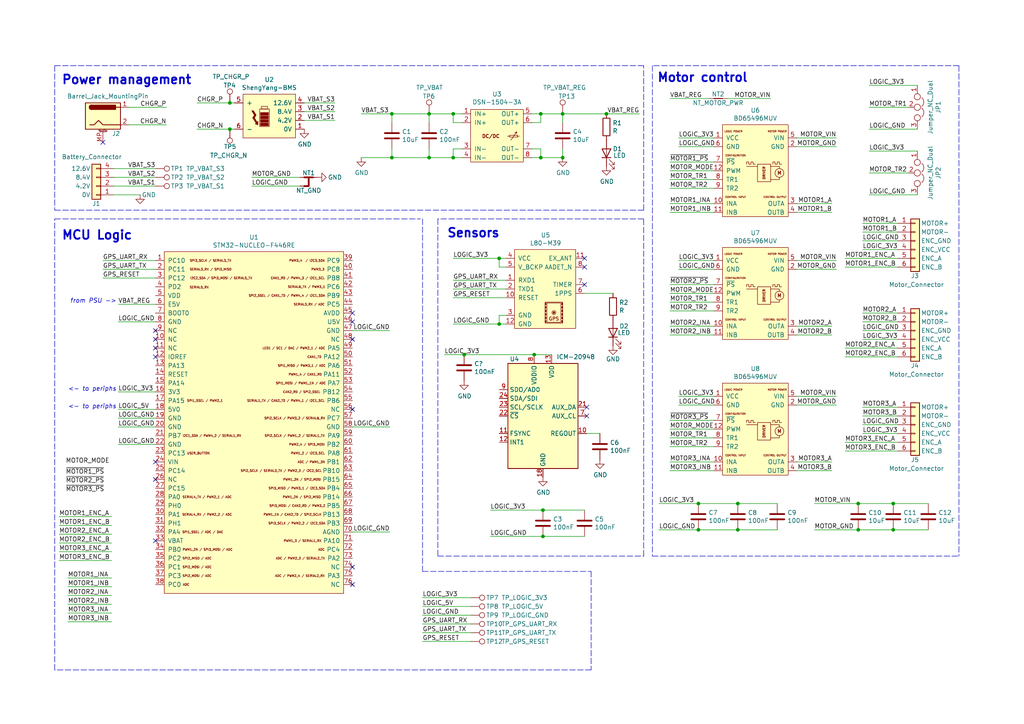
<source format=kicad_sch>
(kicad_sch (version 20211123) (generator eeschema)
  (paper "A4")
  (lib_symbols
    (symbol "Connector:Barrel_Jack_MountingPin" (pin_names hide)
      (property "Reference" "J" (at 0 5.334 0))
      (property "Value" "Barrel_Jack_MountingPin" (at 1.27 -6.35 0))
      (symbol "Barrel_Jack_MountingPin_1_1"
        (text "Mounting" (at 0 -4.191 0) (effects (font (size 0.381 0.381))))
        (pin passive line (at 7.62 2.54 180) (length 2.54) (name "~") (number "1"))
        (pin passive line (at 7.62 -2.54 180) (length 2.54) (name "~") (number "2"))
        (pin passive line (at 0 -7.62 90) (length 3.048) (name "MountPin") (number "MP"))
      )
    )
    (symbol "Connector:TestPoint" (pin_numbers hide) (pin_names (offset 0.762) hide)
      (property "Reference" "TP" (at 0 6.858 0))
      (property "Value" "TestPoint" (at 0 5.08 0))
      (symbol "TestPoint_1_1"
        (pin passive line (at 0 0 90) (length 2.54) (name "1") (number "1"))
      )
    )
    (symbol "Device:C" (pin_numbers hide) (pin_names (offset 0.254))
      (property "Reference" "C" (at 0.635 2.54 0))
      (property "Value" "C" (at 0.635 -2.54 0))
      (symbol "C_1_1"
        (pin passive line (at 0 3.81 270) (length 2.794) (name "~") (number "1"))
        (pin passive line (at 0 -3.81 90) (length 2.794) (name "~") (number "2"))
      )
    )
    (symbol "Device:Jumper_NC_Dual" (pin_names (offset 0.762) hide)
      (property "Reference" "JP" (at 1.27 -2.54 0))
      (property "Value" "Device_Jumper_NC_Dual" (at 0 2.54 0))
      (symbol "Jumper_NC_Dual_0_1"
        (pin passive line (at -6.35 0 0) (length 2.413) (name "1") (number "1"))
        (pin passive line (at 0 -2.54 90) (length 1.524) (name "2") (number "2"))
        (pin passive line (at 6.35 0 180) (length 2.413) (name "3") (number "3"))
      )
    )
    (symbol "Device:LED" (pin_numbers hide) (pin_names (offset 1.016) hide)
      (property "Reference" "D" (at 0 2.54 0))
      (property "Value" "LED" (at 0 -2.54 0))
      (symbol "LED_1_1"
        (pin passive line (at -3.81 0 0) (length 2.54) (name "K") (number "1"))
        (pin passive line (at 3.81 0 180) (length 2.54) (name "A") (number "2"))
      )
    )
    (symbol "Device:Net-Tie_2" (pin_numbers hide) (pin_names (offset 0) hide)
      (property "Reference" "NT" (at 0 1.27 0))
      (property "Value" "Device_Net-Tie_2" (at 0 -1.27 0))
      (symbol "Net-Tie_2_1_1"
        (pin passive line (at -2.54 0 0) (length 2.54) (name "1") (number "1"))
        (pin passive line (at 2.54 0 180) (length 2.54) (name "2") (number "2"))
      )
    )
    (symbol "Device:Net-Tie_3" (pin_numbers hide) (pin_names (offset 0) hide)
      (property "Reference" "NT" (at 0 1.27 0))
      (property "Value" "Device_Net-Tie_3" (at 0 -3.81 0))
      (symbol "Net-Tie_3_1_1"
        (pin passive line (at -2.54 0 0) (length 2.54) (name "1") (number "1"))
        (pin passive line (at 2.54 0 180) (length 2.54) (name "2") (number "2"))
        (pin passive line (at -2.54 -2.54 0) (length 2.54) (name "3") (number "3"))
      )
    )
    (symbol "Device:R" (pin_numbers hide) (pin_names (offset 0))
      (property "Reference" "R" (at 2.032 0 90))
      (property "Value" "R" (at 0 0 90))
      (symbol "R_1_1"
        (pin passive line (at 0 3.81 270) (length 1.27) (name "~") (number "1"))
        (pin passive line (at 0 -3.81 90) (length 1.27) (name "~") (number "2"))
      )
    )
    (symbol "lego_robot:BD65496MUV" (pin_names (offset 1.016))
      (property "Reference" "U" (at -7.62 17.78 0))
      (property "Value" "BD65496MUV" (at 0 -11.43 0))
      (symbol "BD65496MUV_0_0"
        (text "CONFIGURATION" (at -5.08 7.62 0) (effects (font (size 0.508 0.508) bold)))
        (text "CONTROL INPUT" (at -5.08 -4.445 0) (effects (font (size 0.508 0.508) bold)))
        (text "CONTROL OUTPUT" (at 6.35 -4.445 0) (effects (font (size 0.508 0.508) bold)))
        (text "DRIVER" (at 3.175 2.54 900) (effects (font (size 0.7112 0.7112))))
        (text "LOGIC POWER" (at -5.715 14.605 0) (effects (font (size 0.508 0.508) bold)))
        (text "M" (at 7.62 2.54 0) (effects (font (size 0.9906 0.9906) bold)))
        (text "MOTOR POWER" (at 6.985 14.605 0) (effects (font (size 0.508 0.508) bold)))
      )
      (symbol "BD65496MUV_1_1"
        (pin power_in line (at -11.43 12.7 0) (length 2.54) (name "VCC") (number "1"))
        (pin input line (at -11.43 -6.35 0) (length 2.54) (name "INA") (number "10"))
        (pin input line (at -11.43 -8.89 0) (length 2.54) (name "INB") (number "11"))
        (pin input line (at -11.43 3.175 0) (length 2.54) (name "PWM") (number "12"))
        (pin power_in line (at 12.7 10.16 180) (length 2.54) (name "GND") (number "2"))
        (pin output line (at 12.7 -6.35 180) (length 2.54) (name "OUTA") (number "3"))
        (pin output line (at 12.7 -8.89 180) (length 2.54) (name "OUTB") (number "4"))
        (pin power_in line (at 12.7 12.7 180) (length 2.54) (name "VIN") (number "5"))
        (pin power_in line (at -11.43 10.16 0) (length 2.54) (name "GND") (number "6"))
        (pin input line (at -11.43 5.715 0) (length 2.54) (name "~{PS}") (number "7"))
        (pin input line (at -11.43 0.635 0) (length 2.54) (name "TR1") (number "8"))
        (pin input line (at -11.43 -1.905 0) (length 2.54) (name "TR2") (number "9"))
      )
    )
    (symbol "lego_robot:Battery_Connector" (pin_names (offset 2.9972))
      (property "Reference" "J" (at -1.27 6.35 0))
      (property "Value" "Battery_Connector" (at 0 -7.62 0))
      (symbol "Battery_Connector_1_1"
        (pin passive line (at 3.81 -3.81 180) (length 3.81) (name "0V") (number "1"))
        (pin passive line (at 3.81 -1.27 180) (length 3.81) (name "4.2V") (number "2"))
        (pin passive line (at 3.81 1.27 180) (length 3.81) (name "8.4V") (number "3"))
        (pin passive line (at 3.81 3.81 180) (length 3.81) (name "12.6V") (number "4"))
      )
    )
    (symbol "lego_robot:DSN-1504-3A" (pin_names (offset 1.016))
      (property "Reference" "U" (at -6.35 8.89 0))
      (property "Value" "DSN-1504-3A" (at 0 -10.16 0))
      (symbol "DSN-1504-3A_0_0"
        (text "DC/DC" (at -1.778 -1.397 0) (effects (font (size 0.9906 0.9906) bold)))
      )
      (symbol "DSN-1504-3A_1_1"
        (pin power_in line (at -10.16 5.08 0) (length 2.54) (name "IN+") (number "1"))
        (pin power_in line (at -10.16 2.54 0) (length 2.54) (name "IN+") (number "2"))
        (pin power_in line (at -10.16 -5.08 0) (length 2.54) (name "IN-") (number "3"))
        (pin power_in line (at -10.16 -7.62 0) (length 2.54) (name "IN-") (number "4"))
        (pin power_out line (at 10.16 5.08 180) (length 2.54) (name "OUT+") (number "5"))
        (pin power_out line (at 10.16 2.54 180) (length 2.54) (name "OUT+") (number "6"))
        (pin power_out line (at 10.16 -5.08 180) (length 2.54) (name "OUT-") (number "7"))
        (pin power_out line (at 10.16 -7.62 180) (length 2.54) (name "OUT-") (number "8"))
      )
    )
    (symbol "lego_robot:ICM-20948"
      (property "Reference" "U" (at -11.43 16.51 0))
      (property "Value" "ICM-20948" (at 7.62 -16.51 0))
      (symbol "ICM-20948_1_1"
        (pin no_connect line (at -10.16 12.7 0) (length 2.54) hide (name "NC") (number "1"))
        (pin passive line (at 12.7 -5.08 180) (length 2.54) (name "REGOUT") (number "10"))
        (pin input line (at -12.7 -5.08 0) (length 2.54) (name "FSYNC") (number "11"))
        (pin output line (at -12.7 -7.62 0) (length 2.54) (name "INT1") (number "12"))
        (pin power_in line (at 2.54 17.78 270) (length 2.54) (name "VDD") (number "13"))
        (pin no_connect line (at 10.16 7.62 180) (length 2.54) hide (name "NC") (number "14"))
        (pin no_connect line (at 10.16 5.08 180) (length 2.54) hide (name "NC") (number "15"))
        (pin no_connect line (at 10.16 -7.62 180) (length 2.54) hide (name "NC") (number "16"))
        (pin no_connect line (at 10.16 -10.16 180) (length 2.54) hide (name "NC") (number "17"))
        (pin power_in line (at 0 -17.78 90) (length 2.54) (name "GND") (number "18"))
        (pin no_connect line (at 10.16 -12.7 180) (length 2.54) hide (name "RESV") (number "19"))
        (pin no_connect line (at -10.16 10.16 0) (length 2.54) hide (name "NC") (number "2"))
        (pin passive line (at 0 -17.78 90) (length 2.54) hide (name "GND") (number "20"))
        (pin bidirectional line (at 12.7 2.54 180) (length 2.54) (name "AUX_DA") (number "21"))
        (pin input line (at -12.7 0 0) (length 2.54) (name "~{CS}") (number "22"))
        (pin input line (at -12.7 2.54 0) (length 2.54) (name "SCL/SCLK") (number "23"))
        (pin bidirectional line (at -12.7 5.08 0) (length 2.54) (name "SDA/SDI") (number "24"))
        (pin no_connect line (at -10.16 -2.54 0) (length 2.54) hide (name "NC") (number "3"))
        (pin no_connect line (at -10.16 -10.16 0) (length 2.54) hide (name "NC") (number "4"))
        (pin no_connect line (at -10.16 -12.7 0) (length 2.54) hide (name "NC") (number "5"))
        (pin no_connect line (at 10.16 10.16 180) (length 2.54) hide (name "NC") (number "6"))
        (pin output line (at 12.7 0 180) (length 2.54) (name "AUX_CL") (number "7"))
        (pin power_in line (at -2.54 17.78 270) (length 2.54) (name "VDDIO") (number "8"))
        (pin bidirectional line (at -12.7 7.62 0) (length 2.54) (name "SDO/AD0") (number "9"))
      )
    )
    (symbol "lego_robot:L80-M39" (pin_names (offset 1.016))
      (property "Reference" "U" (at -7.62 11.43 0))
      (property "Value" "L80-M39" (at 0 -13.97 0))
      (symbol "L80-M39_0_0"
        (text "GPS" (at 2.54 -9.906 0) (effects (font (size 0.9906 0.9906))))
      )
      (symbol "L80-M39_1_1"
        (pin input line (at -11.43 1.27 0) (length 2.54) (name "RXD1") (number "1"))
        (pin input line (at -11.43 -3.81 0) (length 2.54) (name "RESET") (number "10"))
        (pin input line (at 11.43 7.62 180) (length 2.54) (name "EX_ANT") (number "11"))
        (pin power_in line (at -11.43 -11.43 0) (length 2.54) (name "GND") (number "12"))
        (pin output line (at -11.43 -1.27 0) (length 2.54) (name "TXD1") (number "2"))
        (pin power_in line (at -11.43 -8.89 0) (length 2.54) (name "GND") (number "3"))
        (pin power_in line (at -11.43 7.62 0) (length 2.54) (name "VCC") (number "4"))
        (pin power_in line (at -11.43 5.08 0) (length 2.54) (name "V_BCKP") (number "5"))
        (pin output line (at 11.43 -2.54 180) (length 2.54) (name "1PPS") (number "6"))
        (pin output line (at 11.43 0 180) (length 2.54) (name "TIMER") (number "7"))
        (pin input line (at 11.43 5.08 180) (length 2.54) (name "AADET_N") (number "8"))
        (pin no_connect line (at 11.43 -11.43 180) (length 2.54) hide (name "NC") (number "9"))
      )
    )
    (symbol "lego_robot:Motor_Connector" (pin_names (offset 2.9972))
      (property "Reference" "J" (at 0 7.62 0))
      (property "Value" "Motor_Connector" (at 0 -10.16 0))
      (symbol "Motor_Connector_1_1"
        (pin passive line (at -5.08 5.08 0) (length 3.81) (name "MOTOR+") (number "1"))
        (pin passive line (at -5.08 2.54 0) (length 3.81) (name "MOTOR-") (number "2"))
        (pin passive line (at -5.08 0 0) (length 3.81) (name "ENC_GND") (number "3"))
        (pin passive line (at -5.08 -2.54 0) (length 3.81) (name "ENC_VCC") (number "4"))
        (pin passive line (at -5.08 -5.08 0) (length 3.81) (name "ENC_A") (number "5"))
        (pin passive line (at -5.08 -7.62 0) (length 3.81) (name "ENC_B") (number "6"))
      )
    )
    (symbol "lego_robot:STM32-NUCLEO-F446RE" (pin_names (offset 1.016))
      (property "Reference" "U" (at -25.4 43.18 0))
      (property "Value" "STM32-NUCLEO-F446RE" (at 0 -59.69 0))
      (symbol "STM32-NUCLEO-F446RE_0_0"
        (text "ADC" (at -20.32 -54.61 0) (effects (font (size 0.635 0.635) bold)))
        (text "ADC" (at 18.923 -44.45 0) (effects (font (size 0.635 0.635) bold)))
        (text "ADC / PWM1_3N" (at 16.002 -19.05 0) (effects (font (size 0.635 0.635) bold)))
        (text "ADC / PWM2_3 / SERIAL2_TX" (at 12.827 -46.99 0) (effects (font (size 0.635 0.635) bold)))
        (text "ADC / PWM2_4 / SERIAL2_RX" (at 12.7 -52.07 0) (effects (font (size 0.635 0.635) bold)))
        (text "CAN1_RD / PWM4_3 / I2C1_SCL" (at 12.065 34.29 0) (effects (font (size 0.635 0.635) bold)))
        (text "CAN1_TD" (at 16.891 11.43 0) (effects (font (size 0.635 0.635) bold)))
        (text "CAN2_RD / SPI2_SSEL" (at 13.208 1.27 0) (effects (font (size 0.635 0.635) bold)))
        (text "I2C1_SDA / PWM4_2 / SERIAL1_RX" (at -12.827 -11.43 0) (effects (font (size 0.635 0.635) bold)))
        (text "I2C2_SDA / SPI3_MOSI / SERIAL5_TX" (at -19.177 34.29 0) (effects (font (size 0.635 0.635) bold) (justify left)))
        (text "LED1 / SC1 / DAC / PWM2_1 / ADC" (at 10.922 13.97 0) (effects (font (size 0.635 0.635) bold)))
        (text "PWM1_1N / CAN2_TD / SPI2_SCLK" (at 10.541 -34.29 0) (effects (font (size 0.635 0.635) bold)))
        (text "PWM1_2 / I2C3_SCL" (at 14.986 -16.51 0) (effects (font (size 0.635 0.635) bold)))
        (text "PWM1_2N / SPI2_MISO" (at 13.208 -29.21 0) (effects (font (size 0.635 0.635) bold)))
        (text "PWM1_2N / SPI3_MOSI / ADC" (at -14.097 -44.45 0) (effects (font (size 0.635 0.635) bold)))
        (text "PWM1_3 / SERIAL1_RX" (at 13.462 -41.91 0) (effects (font (size 0.635 0.635) bold)))
        (text "PWM1_3N / SPI2_MOSI" (at 13.335 -24.13 0) (effects (font (size 0.635 0.635) bold)))
        (text "PWM1_4 / CAN1_RD" (at 14.224 6.35 0) (effects (font (size 0.635 0.635) bold)))
        (text "PWM2_4 / SPI3_MOSI" (at 14.732 -13.97 0) (effects (font (size 0.635 0.635) bold)))
        (text "PWM3_3" (at 17.907 36.83 0) (effects (font (size 0.635 0.635) bold)))
        (text "PWM3_4  / I2C3_SDA" (at 14.732 39.37 0) (effects (font (size 0.635 0.635) bold)))
        (text "SERIAL1_TX / CAN2_TD / PWM4_1 / I2C1_SCL" (at 8.636 -1.27 0) (effects (font (size 0.635 0.635) bold)))
        (text "SERIAL3_RX / ADC" (at 15.367 26.67 0) (effects (font (size 0.635 0.635) bold)))
        (text "SERIAL3_RX / SPI3_MISO" (at -13.208 36.83 0) (effects (font (size 0.635 0.635) bold)))
        (text "SERIAL4_RX / PWM2_2 / ADC" (at -14.224 -34.29 0) (effects (font (size 0.635 0.635) bold)))
        (text "SERIAL4_TX / PWM2_1 / ADC" (at -14.224 -29.21 0) (effects (font (size 0.635 0.635) bold)))
        (text "SERIAL5_RX" (at -16.51 31.623 0) (effects (font (size 0.635 0.635) bold)))
        (text "SERIAL6_TX / PWM3_1" (at 14.605 31.75 0) (effects (font (size 0.635 0.635) bold)))
        (text "SPI1_MISO / PWM3_1 / ADC" (at 13.208 8.89 0) (effects (font (size 0.635 0.635) bold)))
        (text "SPI1_MOSI / PWM1_1N / ADC" (at 12.954 3.81 0) (effects (font (size 0.635 0.635) bold)))
        (text "SPI1_SSEL / ADC / DAC" (at -15.494 -39.37 0) (effects (font (size 0.635 0.635) bold)))
        (text "SPI1_SSEL / PWM2_1" (at -14.859 -1.27 0) (effects (font (size 0.635 0.635) bold)))
        (text "SPI2_MISO / ADC" (at -17.145 -46.99 0) (effects (font (size 0.635 0.635) bold)))
        (text "SPI2_MOSI / ADC" (at -17.145 -52.07 0) (effects (font (size 0.635 0.635) bold)))
        (text "SPI2_MOSI / ADC" (at -17.145 -49.53 0) (effects (font (size 0.635 0.635) bold)))
        (text "SPI2_SCLK / PWM1_2 / SERIAL1_TX" (at 11.176 -11.43 0) (effects (font (size 0.635 0.635) bold)))
        (text "SPI2_SCLK / PWM3_2 / SERIAL6_RX" (at 11.176 -6.35 0) (effects (font (size 0.635 0.635) bold)))
        (text "SPI2_SCLK / SERIAL3_TX / PWM2_3 / I2C2_SCL" (at 7.239 -21.59 0) (effects (font (size 0.635 0.635) bold)))
        (text "SPI2_SSEL / CAN1_TD / PWM4_4 / I2C1_SDA" (at 8.89 29.21 0) (effects (font (size 0.635 0.635) bold)))
        (text "SPI3_MISO / PWM3_1 / I2C3_SDA" (at 11.811 -26.67 0) (effects (font (size 0.635 0.635) bold)))
        (text "SPI3_MOSI / CAN2_RD / PWM3_2" (at 11.938 -31.75 0) (effects (font (size 0.635 0.635) bold)))
        (text "SPI3_SCLK / PWM2_2 / I2C2_SDA" (at 11.811 -36.83 0) (effects (font (size 0.635 0.635) bold)))
        (text "SPI3_SCLK / SERIAL3_TX" (at -13.208 39.37 0) (effects (font (size 0.635 0.635) bold)))
        (text "USER_BUTTON" (at -16.764 -16.51 0) (effects (font (size 0.635 0.635) bold)))
        (pin unspecified line (at -29.21 39.37 0) (length 2.54) (name "PC10") (number "1"))
        (pin no_connect line (at -29.21 16.51 0) (length 2.54) (name "NC") (number "10"))
        (pin no_connect line (at -29.21 13.97 0) (length 2.54) (name "NC") (number "11"))
        (pin unspecified line (at -29.21 11.43 0) (length 2.54) (name "IOREF") (number "12"))
        (pin unspecified line (at -29.21 8.89 0) (length 2.54) (name "PA13") (number "13"))
        (pin input line (at -29.21 6.35 0) (length 2.54) (name "RESET") (number "14"))
        (pin unspecified line (at -29.21 3.81 0) (length 2.54) (name "PA14") (number "15"))
        (pin power_in line (at -29.21 1.27 0) (length 2.54) (name "3V3") (number "16"))
        (pin unspecified line (at -29.21 -1.27 0) (length 2.54) (name "PA15") (number "17"))
        (pin power_in line (at -29.21 -3.81 0) (length 2.54) (name "5V0") (number "18"))
        (pin power_in line (at -29.21 -6.35 0) (length 2.54) (name "GND") (number "19"))
        (pin unspecified line (at -29.21 36.83 0) (length 2.54) (name "PC11") (number "2"))
        (pin power_in line (at -29.21 -8.89 0) (length 2.54) (name "GND") (number "20"))
        (pin unspecified line (at -29.21 -11.43 0) (length 2.54) (name "PB7") (number "21"))
        (pin power_in line (at -29.21 -13.97 0) (length 2.54) (name "GND") (number "22"))
        (pin unspecified line (at -29.21 -16.51 0) (length 2.54) (name "PC13") (number "23"))
        (pin power_in line (at -29.21 -19.05 0) (length 2.54) (name "VIN") (number "24"))
        (pin unspecified line (at -29.21 -21.59 0) (length 2.54) (name "PC14") (number "25"))
        (pin no_connect line (at -29.21 -24.13 0) (length 2.54) (name "NC") (number "26"))
        (pin unspecified line (at -29.21 -26.67 0) (length 2.54) (name "PC15") (number "27"))
        (pin unspecified line (at -29.21 -29.21 0) (length 2.54) (name "PA0") (number "28"))
        (pin unspecified line (at -29.21 -31.75 0) (length 2.54) (name "PH0") (number "29"))
        (pin unspecified line (at -29.21 34.29 0) (length 2.54) (name "PC12") (number "3"))
        (pin unspecified line (at -29.21 -34.29 0) (length 2.54) (name "PA1") (number "30"))
        (pin unspecified line (at -29.21 -36.83 0) (length 2.54) (name "PH1") (number "31"))
        (pin unspecified line (at -29.21 -39.37 0) (length 2.54) (name "PA4") (number "32"))
        (pin power_in line (at -29.21 -41.91 0) (length 2.54) (name "VBAT") (number "33"))
        (pin unspecified line (at -29.21 -44.45 0) (length 2.54) (name "PB0") (number "34"))
        (pin unspecified line (at -29.21 -46.99 0) (length 2.54) (name "PC2") (number "35"))
        (pin unspecified line (at -29.21 -49.53 0) (length 2.54) (name "PC1") (number "36"))
        (pin unspecified line (at -29.21 -52.07 0) (length 2.54) (name "PC3") (number "37"))
        (pin unspecified line (at -29.21 -54.61 0) (length 2.54) (name "PC0") (number "38"))
        (pin unspecified line (at 27.94 39.37 180) (length 2.54) (name "PC9") (number "39"))
        (pin unspecified line (at -29.21 31.75 0) (length 2.54) (name "PD2") (number "4"))
        (pin unspecified line (at 27.94 36.83 180) (length 2.54) (name "PC8") (number "40"))
        (pin unspecified line (at 27.94 34.29 180) (length 2.54) (name "PB8") (number "41"))
        (pin unspecified line (at 27.94 31.75 180) (length 2.54) (name "PC6") (number "42"))
        (pin unspecified line (at 27.94 29.21 180) (length 2.54) (name "PB9") (number "43"))
        (pin unspecified line (at 27.94 26.67 180) (length 2.54) (name "PC5") (number "44"))
        (pin power_in line (at 27.94 24.13 180) (length 2.54) (name "AVDD") (number "45"))
        (pin power_in line (at 27.94 21.59 180) (length 2.54) (name "U5V") (number "46"))
        (pin power_in line (at 27.94 19.05 180) (length 2.54) (name "GND") (number "47"))
        (pin no_connect line (at 27.94 16.51 180) (length 2.54) (name "NC") (number "48"))
        (pin unspecified line (at 27.94 13.97 180) (length 2.54) (name "PA5") (number "49"))
        (pin power_in line (at -29.21 29.21 0) (length 2.54) (name "VDD") (number "5"))
        (pin unspecified line (at 27.94 11.43 180) (length 2.54) (name "PA12") (number "50"))
        (pin unspecified line (at 27.94 8.89 180) (length 2.54) (name "PA6") (number "51"))
        (pin unspecified line (at 27.94 6.35 180) (length 2.54) (name "PA11") (number "52"))
        (pin unspecified line (at 27.94 3.81 180) (length 2.54) (name "PA7") (number "53"))
        (pin unspecified line (at 27.94 1.27 180) (length 2.54) (name "PB12") (number "54"))
        (pin unspecified line (at 27.94 -1.27 180) (length 2.54) (name "PB6") (number "55"))
        (pin no_connect line (at 27.94 -3.81 180) (length 2.54) (name "NC") (number "56"))
        (pin unspecified line (at 27.94 -6.35 180) (length 2.54) (name "PC7") (number "57"))
        (pin power_in line (at 27.94 -8.89 180) (length 2.54) (name "GND") (number "58"))
        (pin unspecified line (at 27.94 -11.43 180) (length 2.54) (name "PA9") (number "59"))
        (pin power_in line (at -29.21 26.67 0) (length 2.54) (name "E5V") (number "6"))
        (pin unspecified line (at 27.94 -13.97 180) (length 2.54) (name "PB2") (number "60"))
        (pin unspecified line (at 27.94 -16.51 180) (length 2.54) (name "PA8") (number "61"))
        (pin unspecified line (at 27.94 -19.05 180) (length 2.54) (name "PB1") (number "62"))
        (pin unspecified line (at 27.94 -21.59 180) (length 2.54) (name "PB10") (number "63"))
        (pin unspecified line (at 27.94 -24.13 180) (length 2.54) (name "PB15") (number "64"))
        (pin unspecified line (at 27.94 -26.67 180) (length 2.54) (name "PB4") (number "65"))
        (pin unspecified line (at 27.94 -29.21 180) (length 2.54) (name "PB14") (number "66"))
        (pin unspecified line (at 27.94 -31.75 180) (length 2.54) (name "PB5") (number "67"))
        (pin unspecified line (at 27.94 -34.29 180) (length 2.54) (name "PB13") (number "68"))
        (pin unspecified line (at 27.94 -36.83 180) (length 2.54) (name "PB3") (number "69"))
        (pin unspecified line (at -29.21 24.13 0) (length 2.54) (name "BOOT0") (number "7"))
        (pin power_in line (at 27.94 -39.37 180) (length 2.54) (name "AGND") (number "70"))
        (pin unspecified line (at 27.94 -41.91 180) (length 2.54) (name "PA10") (number "71"))
        (pin unspecified line (at 27.94 -44.45 180) (length 2.54) (name "PC4") (number "72"))
        (pin unspecified line (at 27.94 -46.99 180) (length 2.54) (name "PA2") (number "73"))
        (pin no_connect line (at 27.94 -49.53 180) (length 2.54) (name "NC") (number "74"))
        (pin unspecified line (at 27.94 -52.07 180) (length 2.54) (name "PA3") (number "75"))
        (pin no_connect line (at 27.94 -54.61 180) (length 2.54) (name "NC") (number "76"))
        (pin power_in line (at -29.21 21.59 0) (length 2.54) (name "GND") (number "8"))
        (pin no_connect line (at -29.21 19.05 0) (length 2.54) (name "NC") (number "9"))
      )
    )
    (symbol "lego_robot:ShengYang-BMS" (pin_names (offset 1.016))
      (property "Reference" "U" (at -6.35 7.62 0))
      (property "Value" "ShengYang-BMS" (at 0 -7.62 0))
      (symbol "ShengYang-BMS_1_1"
        (pin power_in line (at -10.16 -3.81 0) (length 2.54) (name "0V") (number "1"))
        (pin power_in line (at -10.16 -1.27 0) (length 2.54) (name "4.2V") (number "2"))
        (pin power_in line (at -10.16 1.27 0) (length 2.54) (name "8.4V") (number "3"))
        (pin power_in line (at -10.16 3.81 0) (length 2.54) (name "12.6V") (number "4"))
        (pin power_out line (at 10.16 3.81 180) (length 2.54) (name "+") (number "5"))
        (pin power_out line (at 10.16 -3.81 180) (length 2.54) (name "-") (number "6"))
      )
    )
    (symbol "power:GND" (power) (pin_names (offset 0))
      (property "Value" "GND" (at 0 -3.81 0))
      (symbol "GND_1_1"
        (pin power_in line (at 0 0 270) (length 0) hide (name "GND") (number "1"))
      )
    )
  )
  (junction (at 157.48 147.955))
  (junction (at 66.675 29.845))
  (junction (at 213.995 153.67))
  (junction (at 163.195 45.72))
  (junction (at 175.895 33.02))
  (junction (at 157.48 155.575))
  (junction (at 144.78 93.98))
  (junction (at 113.665 45.72))
  (junction (at 248.92 153.67))
  (junction (at 156.845 33.02))
  (junction (at 202.565 146.05))
  (junction (at 213.995 146.05))
  (junction (at 259.08 146.05))
  (junction (at 131.445 45.72))
  (junction (at 66.675 37.465))
  (junction (at 248.92 146.05))
  (junction (at 124.46 33.02))
  (junction (at 131.445 33.02))
  (junction (at 124.46 45.72))
  (junction (at 144.78 74.93))
  (junction (at 134.62 102.87))
  (junction (at 163.195 33.02))
  (junction (at 113.665 33.02))
  (junction (at 202.565 153.67))
  (junction (at 259.08 153.67))
  (junction (at 156.845 45.72))
  (junction (at 154.94 102.87))
  (no_connect (at 45.085 100.965))
  (no_connect (at 29.845 41.275))
  (no_connect (at 169.545 74.93))
  (no_connect (at 102.235 164.465))
  (no_connect (at 102.235 118.745))
  (no_connect (at 45.085 103.505))
  (no_connect (at 45.085 98.425))
  (no_connect (at 45.085 133.985))
  (no_connect (at 45.085 139.065))
  (no_connect (at 102.235 93.345))
  (no_connect (at 102.235 90.805))
  (no_connect (at 169.545 82.55))
  (no_connect (at 170.18 120.65))
  (no_connect (at 169.545 77.47))
  (no_connect (at 102.235 98.425))
  (no_connect (at 170.18 118.11))
  (no_connect (at 102.235 169.545))
  (no_connect (at 45.085 95.885))
  (no_connect (at 45.085 156.845))
  (wire (pts (xy 19.685 177.8) (xy 32.385 177.8)))
  (wire (pts (xy 242.57 40.005) (xy 231.14 40.005)))
  (wire (pts (xy 196.85 117.475) (xy 207.01 117.475)))
  (wire (pts (xy 250.19 93.345) (xy 260.35 93.345)))
  (wire (pts (xy 124.46 43.18) (xy 124.46 45.72)))
  (wire (pts (xy 29.845 78.105) (xy 45.085 78.105)))
  (wire (pts (xy 207.01 49.53) (xy 194.31 49.53)))
  (wire (pts (xy 45.085 53.975) (xy 33.02 53.975)))
  (wire (pts (xy 122.555 178.435) (xy 136.525 178.435)))
  (polyline (pts (xy 15.875 19.05) (xy 15.875 60.96)))
  (wire (pts (xy 250.19 64.77) (xy 260.35 64.77)))
  (wire (pts (xy 29.845 75.565) (xy 45.085 75.565)))
  (wire (pts (xy 34.29 93.345) (xy 45.085 93.345)))
  (wire (pts (xy 88.265 32.385) (xy 97.155 32.385)))
  (wire (pts (xy 67.945 29.845) (xy 66.675 29.845)))
  (wire (pts (xy 196.85 114.935) (xy 207.01 114.935)))
  (wire (pts (xy 133.985 45.72) (xy 131.445 45.72)))
  (wire (pts (xy 207.01 78.105) (xy 196.85 78.105)))
  (wire (pts (xy 245.11 103.505) (xy 260.35 103.505)))
  (wire (pts (xy 223.52 28.575) (xy 210.82 28.575)))
  (wire (pts (xy 131.445 33.02) (xy 131.445 35.56)))
  (wire (pts (xy 207.01 54.61) (xy 194.31 54.61)))
  (wire (pts (xy 154.305 35.56) (xy 156.845 35.56)))
  (wire (pts (xy 113.665 43.18) (xy 113.665 45.72)))
  (wire (pts (xy 252.095 43.815) (xy 266.065 43.815)))
  (wire (pts (xy 194.31 59.055) (xy 207.01 59.055)))
  (wire (pts (xy 213.995 146.05) (xy 225.425 146.05)))
  (wire (pts (xy 241.3 59.055) (xy 231.14 59.055)))
  (wire (pts (xy 205.74 28.575) (xy 194.31 28.575)))
  (wire (pts (xy 259.08 153.67) (xy 269.24 153.67)))
  (wire (pts (xy 252.095 31.115) (xy 263.525 31.115)))
  (wire (pts (xy 19.685 172.72) (xy 32.385 172.72)))
  (wire (pts (xy 156.845 45.72) (xy 154.305 45.72)))
  (wire (pts (xy 242.57 114.935) (xy 231.14 114.935)))
  (wire (pts (xy 102.235 95.885) (xy 113.03 95.885)))
  (wire (pts (xy 40.64 56.515) (xy 33.02 56.515)))
  (wire (pts (xy 157.48 147.955) (xy 169.545 147.955)))
  (polyline (pts (xy 127 161.29) (xy 186.69 161.29)))
  (wire (pts (xy 156.845 33.02) (xy 156.845 35.56)))
  (wire (pts (xy 245.11 74.93) (xy 260.35 74.93)))
  (wire (pts (xy 242.57 78.105) (xy 231.14 78.105)))
  (wire (pts (xy 194.31 121.92) (xy 207.01 121.92)))
  (wire (pts (xy 252.095 50.165) (xy 263.525 50.165)))
  (wire (pts (xy 48.26 31.115) (xy 37.465 31.115)))
  (wire (pts (xy 250.19 67.31) (xy 260.35 67.31)))
  (wire (pts (xy 163.195 33.02) (xy 175.895 33.02)))
  (wire (pts (xy 196.85 42.545) (xy 207.01 42.545)))
  (wire (pts (xy 194.31 87.63) (xy 207.01 87.63)))
  (wire (pts (xy 131.445 74.93) (xy 144.78 74.93)))
  (polyline (pts (xy 186.69 60.96) (xy 186.69 19.05)))
  (wire (pts (xy 196.85 75.565) (xy 207.01 75.565)))
  (wire (pts (xy 17.145 154.94) (xy 32.385 154.94)))
  (wire (pts (xy 142.24 147.955) (xy 157.48 147.955)))
  (wire (pts (xy 17.145 149.86) (xy 32.385 149.86)))
  (wire (pts (xy 122.555 175.895) (xy 136.525 175.895)))
  (wire (pts (xy 17.145 157.48) (xy 32.385 157.48)))
  (wire (pts (xy 122.555 173.355) (xy 136.525 173.355)))
  (wire (pts (xy 17.145 162.56) (xy 32.385 162.56)))
  (wire (pts (xy 154.305 43.18) (xy 156.845 43.18)))
  (wire (pts (xy 245.11 130.81) (xy 260.35 130.81)))
  (wire (pts (xy 194.31 94.615) (xy 207.01 94.615)))
  (wire (pts (xy 146.685 77.47) (xy 144.78 77.47)))
  (wire (pts (xy 250.19 125.73) (xy 260.35 125.73)))
  (wire (pts (xy 136.525 186.055) (xy 122.555 186.055)))
  (wire (pts (xy 191.135 153.67) (xy 202.565 153.67)))
  (wire (pts (xy 113.665 35.56) (xy 113.665 33.02)))
  (wire (pts (xy 169.545 85.09) (xy 177.8 85.09)))
  (polyline (pts (xy 189.23 161.29) (xy 278.13 161.29)))
  (wire (pts (xy 248.92 146.05) (xy 259.08 146.05)))
  (wire (pts (xy 259.08 146.05) (xy 269.24 146.05)))
  (wire (pts (xy 131.445 83.82) (xy 146.685 83.82)))
  (wire (pts (xy 104.775 33.02) (xy 113.665 33.02)))
  (wire (pts (xy 154.305 33.02) (xy 156.845 33.02)))
  (wire (pts (xy 207.01 127) (xy 194.31 127)))
  (wire (pts (xy 242.57 75.565) (xy 231.14 75.565)))
  (wire (pts (xy 194.31 133.985) (xy 207.01 133.985)))
  (wire (pts (xy 124.46 45.72) (xy 131.445 45.72)))
  (wire (pts (xy 245.11 128.27) (xy 260.35 128.27)))
  (wire (pts (xy 194.31 90.17) (xy 207.01 90.17)))
  (wire (pts (xy 33.02 51.435) (xy 45.085 51.435)))
  (wire (pts (xy 231.14 117.475) (xy 242.57 117.475)))
  (wire (pts (xy 34.29 128.905) (xy 45.085 128.905)))
  (wire (pts (xy 207.01 136.525) (xy 194.31 136.525)))
  (wire (pts (xy 236.22 146.05) (xy 248.92 146.05)))
  (wire (pts (xy 86.995 53.975) (xy 73.025 53.975)))
  (wire (pts (xy 131.445 45.72) (xy 131.445 43.18)))
  (wire (pts (xy 34.29 121.285) (xy 45.085 121.285)))
  (wire (pts (xy 45.085 88.265) (xy 34.29 88.265)))
  (wire (pts (xy 202.565 146.05) (xy 213.995 146.05)))
  (wire (pts (xy 156.845 33.02) (xy 163.195 33.02)))
  (wire (pts (xy 19.685 170.18) (xy 32.385 170.18)))
  (polyline (pts (xy 278.13 19.05) (xy 278.13 161.29)))
  (wire (pts (xy 250.19 118.11) (xy 260.35 118.11)))
  (wire (pts (xy 131.445 35.56) (xy 133.985 35.56)))
  (wire (pts (xy 86.995 51.435) (xy 73.025 51.435)))
  (wire (pts (xy 196.85 40.005) (xy 207.01 40.005)))
  (wire (pts (xy 104.775 45.72) (xy 113.665 45.72)))
  (polyline (pts (xy 171.45 194.31) (xy 15.875 194.31)))
  (wire (pts (xy 48.26 36.195) (xy 37.465 36.195)))
  (polyline (pts (xy 122.555 63.5) (xy 122.555 165.735)))
  (wire (pts (xy 144.78 74.93) (xy 146.685 74.93)))
  (wire (pts (xy 133.985 33.02) (xy 131.445 33.02)))
  (wire (pts (xy 19.685 175.26) (xy 32.385 175.26)))
  (wire (pts (xy 17.145 160.02) (xy 32.385 160.02)))
  (wire (pts (xy 250.19 90.805) (xy 260.35 90.805)))
  (wire (pts (xy 170.18 125.73) (xy 173.99 125.73)))
  (wire (pts (xy 66.675 37.465) (xy 57.15 37.465)))
  (wire (pts (xy 113.03 154.305) (xy 102.235 154.305)))
  (wire (pts (xy 252.095 56.515) (xy 266.065 56.515)))
  (wire (pts (xy 146.685 91.44) (xy 144.78 91.44)))
  (wire (pts (xy 248.92 153.67) (xy 236.22 153.67)))
  (polyline (pts (xy 186.69 63.5) (xy 127 63.5)))
  (wire (pts (xy 29.845 80.645) (xy 45.085 80.645)))
  (polyline (pts (xy 15.875 63.5) (xy 121.92 63.5)))
  (wire (pts (xy 250.19 95.885) (xy 260.35 95.885)))
  (wire (pts (xy 163.195 43.18) (xy 163.195 45.72)))
  (polyline (pts (xy 127 63.5) (xy 127 161.29)))
  (wire (pts (xy 17.145 152.4) (xy 32.385 152.4)))
  (wire (pts (xy 245.11 100.965) (xy 260.35 100.965)))
  (wire (pts (xy 250.19 120.65) (xy 260.35 120.65)))
  (wire (pts (xy 213.995 153.67) (xy 225.425 153.67)))
  (wire (pts (xy 113.665 33.02) (xy 124.46 33.02)))
  (wire (pts (xy 128.905 102.87) (xy 134.62 102.87)))
  (wire (pts (xy 250.19 123.19) (xy 260.35 123.19)))
  (wire (pts (xy 194.31 46.99) (xy 207.01 46.99)))
  (wire (pts (xy 131.445 81.28) (xy 146.685 81.28)))
  (polyline (pts (xy 278.13 19.05) (xy 189.23 19.05)))
  (wire (pts (xy 34.29 123.825) (xy 45.085 123.825)))
  (wire (pts (xy 157.48 155.575) (xy 169.545 155.575)))
  (wire (pts (xy 241.3 61.595) (xy 231.14 61.595)))
  (wire (pts (xy 252.095 24.765) (xy 266.065 24.765)))
  (wire (pts (xy 241.3 94.615) (xy 231.14 94.615)))
  (wire (pts (xy 245.11 77.47) (xy 260.35 77.47)))
  (wire (pts (xy 260.35 72.39) (xy 250.19 72.39)))
  (wire (pts (xy 19.685 167.64) (xy 32.385 167.64)))
  (wire (pts (xy 34.29 118.745) (xy 45.085 118.745)))
  (wire (pts (xy 154.94 102.87) (xy 160.02 102.87)))
  (wire (pts (xy 194.31 129.54) (xy 207.01 129.54)))
  (wire (pts (xy 144.78 91.44) (xy 144.78 93.98)))
  (wire (pts (xy 242.57 42.545) (xy 231.14 42.545)))
  (polyline (pts (xy 186.69 161.29) (xy 186.69 63.5)))
  (wire (pts (xy 241.3 133.985) (xy 231.14 133.985)))
  (wire (pts (xy 252.095 37.465) (xy 266.065 37.465)))
  (wire (pts (xy 136.525 180.975) (xy 122.555 180.975)))
  (wire (pts (xy 194.31 82.55) (xy 207.01 82.55)))
  (wire (pts (xy 19.685 180.34) (xy 32.385 180.34)))
  (polyline (pts (xy 15.875 60.96) (xy 186.69 60.96)))
  (wire (pts (xy 124.46 33.02) (xy 131.445 33.02)))
  (wire (pts (xy 113.03 123.825) (xy 102.235 123.825)))
  (polyline (pts (xy 189.23 19.05) (xy 189.23 161.29)))
  (wire (pts (xy 207.01 124.46) (xy 194.31 124.46)))
  (wire (pts (xy 241.3 136.525) (xy 231.14 136.525)))
  (wire (pts (xy 67.945 37.465) (xy 66.675 37.465)))
  (wire (pts (xy 131.445 43.18) (xy 133.985 43.18)))
  (wire (pts (xy 34.29 113.665) (xy 45.085 113.665)))
  (wire (pts (xy 163.195 35.56) (xy 163.195 33.02)))
  (wire (pts (xy 191.135 146.05) (xy 202.565 146.05)))
  (wire (pts (xy 175.895 33.02) (xy 185.42 33.02)))
  (wire (pts (xy 146.685 93.98) (xy 144.78 93.98)))
  (wire (pts (xy 66.675 29.845) (xy 57.15 29.845)))
  (wire (pts (xy 156.845 45.72) (xy 163.195 45.72)))
  (wire (pts (xy 97.155 29.845) (xy 88.265 29.845)))
  (wire (pts (xy 131.445 86.36) (xy 146.685 86.36)))
  (wire (pts (xy 194.31 97.155) (xy 207.01 97.155)))
  (wire (pts (xy 45.085 48.895) (xy 33.02 48.895)))
  (wire (pts (xy 144.78 77.47) (xy 144.78 74.93)))
  (wire (pts (xy 202.565 153.67) (xy 213.995 153.67)))
  (polyline (pts (xy 186.69 19.05) (xy 15.875 19.05)))
  (wire (pts (xy 207.01 85.09) (xy 194.31 85.09)))
  (wire (pts (xy 194.31 61.595) (xy 207.01 61.595)))
  (wire (pts (xy 194.31 52.07) (xy 207.01 52.07)))
  (wire (pts (xy 124.46 35.56) (xy 124.46 33.02)))
  (wire (pts (xy 241.3 97.155) (xy 231.14 97.155)))
  (wire (pts (xy 131.445 93.98) (xy 144.78 93.98)))
  (polyline (pts (xy 122.555 165.735) (xy 171.45 165.735)))
  (wire (pts (xy 113.665 45.72) (xy 124.46 45.72)))
  (wire (pts (xy 248.92 153.67) (xy 259.08 153.67)))
  (wire (pts (xy 122.555 183.515) (xy 136.525 183.515)))
  (wire (pts (xy 157.48 155.575) (xy 142.24 155.575)))
  (wire (pts (xy 97.155 34.925) (xy 88.265 34.925)))
  (wire (pts (xy 134.62 102.87) (xy 154.94 102.87)))
  (wire (pts (xy 250.19 98.425) (xy 260.35 98.425)))
  (polyline (pts (xy 15.875 194.31) (xy 15.875 63.5)))
  (wire (pts (xy 250.19 69.85) (xy 260.35 69.85)))
  (polyline (pts (xy 171.45 165.735) (xy 171.45 194.31)))
  (wire (pts (xy 156.845 43.18) (xy 156.845 45.72)))
  (text "Motor control\n" (at 190.5 24.13 0) (effects (font (size 2.54 2.54) (thickness 0.508) bold) (justify left bottom)))
  (text "<- to periphs" (at 19.685 118.745 0) (effects (font (size 1.27 1.27) italic) (justify left bottom)))
  (text "<- to periphs" (at 19.685 113.665 0) (effects (font (size 1.27 1.27) italic) (justify left bottom)))
  (text "Power management" (at 17.78 24.765 0) (effects (font (size 2.54 2.54) (thickness 0.508) bold) (justify left bottom)))
  (text "MCU Logic\n" (at 17.78 69.85 0) (effects (font (size 2.54 2.54) (thickness 0.508) bold) (justify left bottom)))
  (text "from PSU -> \n\n" (at 20.32 90.17 0) (effects (font (size 1.27 1.27) italic) (justify left bottom)))
  (text "Sensors" (at 129.54 69.215 0) (effects (font (size 2.54 2.54) (thickness 0.508) bold) (justify left bottom)))
  (label "LOGIC_GND" (at 196.85 78.105 0))
  (label "CHGR_P" (at 48.26 31.115 180))
  (label "MOTOR_GND" (at 242.57 42.545 180))
  (label "MOTOR2_B" (at 250.19 93.345 0))
  (label "GPS_RESET" (at 131.445 86.36 0))
  (label "MOTOR2_INB" (at 194.31 97.155 0))
  (label "LOGIC_GND" (at 252.095 37.465 0))
  (label "MOTOR2_A" (at 241.3 94.615 180))
  (label "LOGIC_3V3" (at 250.19 98.425 0))
  (label "MOTOR1_A" (at 241.3 59.055 180))
  (label "LOGIC_3V3" (at 250.19 125.73 0))
  (label "LOGIC_3V3" (at 196.85 114.935 0))
  (label "LOGIC_GND" (at 122.555 178.435 0))
  (label "MOTOR_GND" (at 242.57 117.475 180))
  (label "MOTOR_VIN" (at 242.57 114.935 180))
  (label "GPS_UART_RX" (at 122.555 180.975 0))
  (label "MOTOR_TR2" (at 194.31 90.17 0))
  (label "LOGIC_GND" (at 34.29 128.905 0))
  (label "MOTOR1_ENC_B" (at 17.145 152.4 0))
  (label "VBAT_REG" (at 34.29 88.265 0))
  (label "MOTOR2_ENC_B" (at 17.145 157.48 0))
  (label "CHGR_P" (at 57.15 29.845 0))
  (label "VBAT_S3" (at 45.085 48.895 180))
  (label "MOTOR3_ENC_A" (at 245.11 128.27 0))
  (label "MOTOR1_INA" (at 194.31 59.055 0))
  (label "LOGIC_GND" (at 250.19 69.85 0))
  (label "MOTOR2_B" (at 241.3 97.155 180))
  (label "MOTOR2_ENC_A" (at 17.145 154.94 0))
  (label "MOTOR1_B" (at 250.19 67.31 0))
  (label "LOGIC_GND" (at 34.29 123.825 0))
  (label "LOGIC_3V3" (at 252.095 24.765 0))
  (label "MOTOR_VIN" (at 242.57 75.565 180))
  (label "LOGIC_3V3" (at 196.85 40.005 0))
  (label "LOGIC_GND" (at 252.095 56.515 0))
  (label "~{MOTOR1_PS}" (at 194.31 46.99 0))
  (label "LOGIC_GND" (at 34.29 93.345 0))
  (label "MOTOR2_INA" (at 194.31 94.615 0))
  (label "MOTOR1_INB" (at 194.31 61.595 0))
  (label "LOGIC_5V" (at 34.29 118.745 0))
  (label "MOTOR3_B" (at 250.19 120.65 0))
  (label "MOTOR3_ENC_B" (at 17.145 162.56 0))
  (label "MOTOR_TR1" (at 194.31 127 0))
  (label "GPS_RESET" (at 29.845 80.645 0))
  (label "VBAT_REG" (at 194.31 28.575 0))
  (label "LOGIC_GND" (at 131.445 93.98 0))
  (label "LOGIC_3V3" (at 34.29 113.665 0))
  (label "LOGIC_3V3" (at 196.85 75.565 0))
  (label "MOTOR1_ENC_B" (at 245.11 77.47 0))
  (label "MOTOR3_INB" (at 194.31 136.525 0))
  (label "VBAT_S2" (at 45.085 51.435 180))
  (label "MOTOR1_ENC_A" (at 245.11 74.93 0))
  (label "~{MOTOR3_PS}" (at 19.05 142.875 0))
  (label "LOGIC_GND" (at 73.025 53.975 0))
  (label "MOTOR_GND" (at 236.22 153.67 0))
  (label "MOTOR3_A" (at 250.19 118.11 0))
  (label "MOTOR_GND" (at 73.025 51.435 0))
  (label "LOGIC_3V3" (at 142.24 147.955 0))
  (label "MOTOR2_ENC_B" (at 245.11 103.505 0))
  (label "~{MOTOR2_PS}" (at 194.31 82.55 0))
  (label "MOTOR_TR2" (at 194.31 54.61 0))
  (label "MOTOR3_INB" (at 19.685 180.34 0))
  (label "MOTOR1_A" (at 250.19 64.77 0))
  (label "~{MOTOR3_PS}" (at 194.31 121.92 0))
  (label "MOTOR_GND" (at 242.57 78.105 180))
  (label "MOTOR_VIN" (at 236.22 146.05 0))
  (label "~{MOTOR1_PS}" (at 19.05 137.795 0))
  (label "GPS_RESET" (at 122.555 186.055 0))
  (label "LOGIC_GND" (at 142.24 155.575 0))
  (label "MOTOR_TR2" (at 194.31 129.54 0))
  (label "MOTOR3_INA" (at 19.685 177.8 0))
  (label "GPS_UART_RX" (at 131.445 81.28 0))
  (label "GPS_UART_TX" (at 29.845 78.105 0))
  (label "LOGIC_GND" (at 34.29 121.285 0))
  (label "LOGIC_3V3" (at 122.555 173.355 0))
  (label "CHGR_N" (at 57.15 37.465 0))
  (label "GPS_UART_TX" (at 131.445 83.82 0))
  (label "LOGIC_3V3" (at 250.19 72.39 0))
  (label "MOTOR_MODE" (at 194.31 49.53 0))
  (label "LOGIC_GND" (at 113.03 154.305 180))
  (label "MOTOR1_B" (at 241.3 61.595 180))
  (label "VBAT_S3" (at 104.775 33.02 0))
  (label "MOTOR2_INA" (at 19.685 172.72 0))
  (label "LOGIC_GND" (at 113.03 123.825 180))
  (label "LOGIC_GND" (at 196.85 42.545 0))
  (label "LOGIC_GND" (at 250.19 123.19 0))
  (label "CHGR_N" (at 48.26 36.195 180))
  (label "LOGIC_3V3" (at 252.095 43.815 0))
  (label "LOGIC_GND" (at 196.85 117.475 0))
  (label "VBAT_S1" (at 45.085 53.975 180))
  (label "MOTOR_MODE" (at 194.31 85.09 0))
  (label "MOTOR1_INB" (at 19.685 170.18 0))
  (label "MOTOR3_ENC_B" (at 245.11 130.81 0))
  (label "LOGIC_5V" (at 122.555 175.895 0))
  (label "VBAT_S1" (at 97.155 34.925 180))
  (label "MOTOR2_A" (at 250.19 90.805 0))
  (label "MOTOR_TR1" (at 252.095 31.115 0))
  (label "MOTOR1_ENC_A" (at 17.145 149.86 0))
  (label "LOGIC_GND" (at 113.03 95.885 180))
  (label "LOGIC_3V3" (at 128.905 102.87 0))
  (label "MOTOR3_B" (at 241.3 136.525 180))
  (label "VBAT_S2" (at 97.155 32.385 180))
  (label "MOTOR3_A" (at 241.3 133.985 180))
  (label "MOTOR3_INA" (at 194.31 133.985 0))
  (label "GPS_UART_TX" (at 122.555 183.515 0))
  (label "LOGIC_3V3" (at 131.445 74.93 0))
  (label "~{MOTOR2_PS}" (at 19.05 140.335 0))
  (label "MOTOR3_ENC_A" (at 17.145 160.02 0))
  (label "LOGIC_GND" (at 191.135 153.67 0))
  (label "MOTOR_TR1" (at 194.31 87.63 0))
  (label "LOGIC_GND" (at 250.19 95.885 0))
  (label "MOTOR_MODE" (at 19.05 134.62 0))
  (label "MOTOR2_ENC_A" (at 245.11 100.965 0))
  (label "MOTOR2_INB" (at 19.685 175.26 0))
  (label "LOGIC_3V3" (at 191.135 146.05 0))
  (label "MOTOR1_INA" (at 19.685 167.64 0))
  (label "MOTOR_TR2" (at 252.095 50.165 0))
  (label "MOTOR_MODE" (at 194.31 124.46 0))
  (label "VBAT_REG" (at 185.42 33.02 180))
  (label "GPS_UART_RX" (at 29.845 75.565 0))
  (label "MOTOR_VIN" (at 223.52 28.575 180))
  (label "MOTOR_TR1" (at 194.31 52.07 0))
  (label "MOTOR_VIN" (at 242.57 40.005 180))
  (label "VBAT_S3" (at 97.155 29.845 180))
  (symbol (lib_id "lego_robot:BD65496MUV") (at 218.44 127.635 0) (unit 1)
    (property "Reference" "U8" (at 219.075 106.934 0))
    (property "Value" "BD65496MUV" (at 219.075 109.2454 0))
    (property "Footprint" "lego_robot:BD65496MUV" (effects hide))
  )
  (symbol (lib_id "lego_robot:DSN-1504-3A") (at 144.145 38.1 0) (unit 1)
    (property "Reference" "U3" (at 144.145 27.305 0))
    (property "Value" "DSN-1504-3A" (at 144.145 29.6164 0))
  )
  (symbol (lib_id "lego_robot:ICM-20948") (at 157.48 120.65 0) (unit 1)
    (property "Reference" "U4" (at 149.225 104.14 0))
    (property "Value" "ICM-20948" (at 167.005 103.505 0))
    (property "Footprint" "Sensor_Motion:InvenSense_QFN-24_3x3mm_P0.4mm" (effects hide))
    (property "Datasheet" "http://www.invensense.com/wp-content/uploads/2016/06/DS-000189-ICM-20948-v1.3.pdf" (effects hide))
  )
  (symbol (lib_id "lego_robot:L80-M39") (at 158.115 82.55 0) (unit 1)
    (property "Reference" "U5" (at 158.242 68.199 0))
    (property "Value" "L80-M39" (at 158.242 70.5104 0))
    (property "Footprint" "lego_robot:L80-M39" (effects hide))
  )
  (symbol (lib_id "lego_robot:ShengYang-BMS") (at 78.105 33.655 0) (mirror y) (unit 1)
    (property "Reference" "U2" (at 78.105 23.114 0))
    (property "Value" "ShengYang-BMS" (at 78.105 25.4254 0))
  )
  (symbol (lib_id "lego_robot:BD65496MUV") (at 218.44 88.265 0) (unit 1)
    (property "Reference" "U7" (at 219.075 67.564 0))
    (property "Value" "BD65496MUV" (at 219.075 69.8754 0))
    (property "Footprint" "lego_robot:BD65496MUV" (effects hide))
  )
  (symbol (lib_id "lego_robot:BD65496MUV") (at 218.44 52.705 0) (unit 1)
    (property "Reference" "U6" (at 219.075 32.004 0))
    (property "Value" "BD65496MUV" (at 219.075 34.3154 0))
    (property "Footprint" "lego_robot:BD65496MUV" (effects hide))
  )
  (symbol (lib_id "lego_robot:STM32-NUCLEO-F446RE") (at 74.295 114.935 0) (unit 1)
    (property "Reference" "U1" (at 73.66 68.834 0))
    (property "Value" "STM32-NUCLEO-F446RE" (at 73.66 71.1454 0))
    (property "Footprint" "lego_robot:ST_NUCLEO64" (effects hide))
  )
  (symbol (lib_id "lego_robot:Motor_Connector") (at 265.43 69.85 0) (unit 1)
    (property "Reference" "J3" (at 264.16 80.01 0) (effects (justify left)))
    (property "Value" "Motor_Connector" (at 257.81 82.55 0) (effects (justify left)))
    (property "Footprint" "Connector_PinHeader_2.54mm:PinHeader_1x06_P2.54mm_Vertical" (effects hide))
  )
  (symbol (lib_id "lego_robot:Motor_Connector") (at 265.43 95.885 0) (unit 1)
    (property "Reference" "J4" (at 264.16 106.045 0) (effects (justify left)))
    (property "Value" "Motor_Connector" (at 257.81 108.585 0) (effects (justify left)))
    (property "Footprint" "Connector_PinHeader_2.54mm:PinHeader_1x06_P2.54mm_Vertical" (effects hide))
  )
  (symbol (lib_id "lego_robot:Motor_Connector") (at 265.43 123.19 0) (unit 1)
    (property "Reference" "J5" (at 264.16 133.35 0) (effects (justify left)))
    (property "Value" "Motor_Connector" (at 257.81 135.89 0) (effects (justify left)))
    (property "Footprint" "Connector_PinHeader_2.54mm:PinHeader_1x06_P2.54mm_Vertical" (effects hide))
  )
  (symbol (lib_id "Connector:TestPoint") (at 124.46 33.02 0) (unit 1)
    (property "Reference" "TP6" (at 122.555 27.94 0) (effects (justify left)))
    (property "Value" "TP_VBAT" (at 120.65 25.4 0) (effects (justify left)))
  )
  (symbol (lib_id "Device:C") (at 124.46 39.37 0) (unit 1)
    (property "Reference" "C2" (at 127.381 38.2016 0) (effects (justify left)))
    (property "Value" "100nF" (at 127.381 40.513 0) (effects (justify left)))
  )
  (symbol (lib_id "Device:C") (at 113.665 39.37 0) (unit 1)
    (property "Reference" "C1" (at 116.586 38.2016 0) (effects (justify left)))
    (property "Value" "10uF" (at 116.586 40.513 0) (effects (justify left)))
  )
  (symbol (lib_id "Device:C") (at 163.195 39.37 0) (unit 1)
    (property "Reference" "C4" (at 166.116 38.2016 0) (effects (justify left)))
    (property "Value" "10uF" (at 166.116 40.513 0) (effects (justify left)))
  )
  (symbol (lib_id "power:GND") (at 104.775 45.72 0) (unit 1)
    (property "Reference" "#PWR04" (effects hide))
    (property "Value" "GND" (at 104.902 50.1142 0))
  )
  (symbol (lib_id "power:GND") (at 175.895 48.26 0) (unit 1)
    (property "Reference" "#PWR08" (effects hide))
    (property "Value" "GND" (at 176.022 52.6542 0))
  )
  (symbol (lib_id "power:GND") (at 40.64 56.515 0) (unit 1)
    (property "Reference" "#PWR01" (effects hide))
    (property "Value" "GND" (at 43.18 56.515 0))
  )
  (symbol (lib_id "Device:C") (at 202.565 149.86 0) (unit 1)
    (property "Reference" "C7" (at 205.486 148.6916 0) (effects (justify left)))
    (property "Value" "100nF" (at 205.486 151.003 0) (effects (justify left)))
  )
  (symbol (lib_id "Connector:TestPoint") (at 163.195 33.02 0) (unit 1)
    (property "Reference" "TP13" (at 161.925 27.94 0) (effects (justify left)))
    (property "Value" "TP_VBAT_REG" (at 157.48 25.4 0) (effects (justify left)))
  )
  (symbol (lib_id "Device:C") (at 213.995 149.86 0) (unit 1)
    (property "Reference" "C8" (at 216.916 148.6916 0) (effects (justify left)))
    (property "Value" "100nF" (at 216.916 151.003 0) (effects (justify left)))
  )
  (symbol (lib_id "Device:C") (at 225.425 149.86 0) (unit 1)
    (property "Reference" "C9" (at 228.346 148.6916 0) (effects (justify left)))
    (property "Value" "100nF" (at 228.346 151.003 0) (effects (justify left)))
  )
  (symbol (lib_id "Device:C") (at 248.92 149.86 0) (unit 1)
    (property "Reference" "C10" (at 251.841 148.6916 0) (effects (justify left)))
    (property "Value" "10uF" (at 251.841 151.003 0) (effects (justify left)))
  )
  (symbol (lib_id "Device:C") (at 259.08 149.86 0) (unit 1)
    (property "Reference" "C11" (at 262.001 148.6916 0) (effects (justify left)))
    (property "Value" "10uF" (at 262.001 151.003 0) (effects (justify left)))
  )
  (symbol (lib_id "Device:C") (at 269.24 149.86 0) (unit 1)
    (property "Reference" "C12" (at 272.161 148.6916 0) (effects (justify left)))
    (property "Value" "10uF" (at 272.161 151.003 0) (effects (justify left)))
  )
  (symbol (lib_id "power:GND") (at 157.48 138.43 0) (unit 1)
    (property "Reference" "#PWR05" (effects hide))
    (property "Value" "GND" (at 157.607 142.8242 0))
  )
  (symbol (lib_id "Device:C") (at 157.48 151.765 0) (unit 1)
    (property "Reference" "C3" (at 160.401 150.5966 0) (effects (justify left)))
    (property "Value" "100nF" (at 160.401 152.908 0) (effects (justify left)))
  )
  (symbol (lib_id "Device:C") (at 169.545 151.765 0) (unit 1)
    (property "Reference" "C5" (at 172.466 150.5966 0) (effects (justify left)))
    (property "Value" "100nF" (at 172.466 152.908 0) (effects (justify left)))
  )
  (symbol (lib_id "Device:LED") (at 175.895 44.45 90) (unit 1)
    (property "Reference" "D1" (at 179.07 43.18 90))
    (property "Value" "LED" (at 179.705 45.085 90))
  )
  (symbol (lib_id "Connector:Barrel_Jack_MountingPin") (at 29.845 33.655 0) (unit 1)
    (property "Reference" "J2" (at 33.655 38.735 0))
    (property "Value" "Barrel_Jack_MountingPin" (at 31.2928 27.9146 0))
  )
  (symbol (lib_id "Device:Jumper_NC_Dual") (at 266.065 31.115 270) (unit 1)
    (property "Reference" "JP1" (at 272.1356 31.115 0))
    (property "Value" "Jumper_NC_Dual" (at 269.8242 31.115 0))
  )
  (symbol (lib_id "Device:Jumper_NC_Dual") (at 266.065 50.165 270) (unit 1)
    (property "Reference" "JP2" (at 272.1356 50.165 0))
    (property "Value" "Jumper_NC_Dual" (at 269.8242 50.165 0))
  )
  (symbol (lib_id "Device:LED") (at 177.8 96.52 90) (unit 1)
    (property "Reference" "D2" (at 180.975 94.615 90))
    (property "Value" "LED" (at 180.975 96.52 90))
  )
  (symbol (lib_id "power:GND") (at 177.8 100.33 0) (unit 1)
    (property "Reference" "#PWR09" (effects hide))
    (property "Value" "GND" (at 177.8 104.14 0))
  )
  (symbol (lib_id "Device:C") (at 173.99 129.54 0) (unit 1)
    (property "Reference" "C6" (at 176.911 128.3716 0) (effects (justify left)))
    (property "Value" "100nF" (at 176.911 130.683 0) (effects (justify left)))
  )
  (symbol (lib_id "power:GND") (at 173.99 133.35 0) (unit 1)
    (property "Reference" "#PWR07" (effects hide))
    (property "Value" "GND" (at 174.117 137.7442 0))
  )
  (symbol (lib_id "Device:R") (at 177.8 88.9 0) (unit 1)
    (property "Reference" "R2" (at 179.578 87.7316 0) (effects (justify left)))
    (property "Value" "R" (at 179.578 90.043 0) (effects (justify left)))
  )
  (symbol (lib_id "lego_robot:Battery_Connector") (at 29.21 52.705 0) (unit 1)
    (property "Reference" "J1" (at 27.94 59.055 0))
    (property "Value" "Battery_Connector" (at 26.6192 45.4914 0))
  )
  (symbol (lib_id "power:GND") (at 88.265 37.465 0) (unit 1)
    (property "Reference" "#PWR02" (effects hide))
    (property "Value" "GND" (at 88.392 41.8592 0))
  )
  (symbol (lib_id "Device:R") (at 175.895 36.83 0) (unit 1)
    (property "Reference" "R1" (at 177.673 35.6616 0) (effects (justify left)))
    (property "Value" "R" (at 177.673 37.973 0) (effects (justify left)))
  )
  (symbol (lib_id "power:GND") (at 163.195 45.72 0) (unit 1)
    (property "Reference" "#PWR06" (effects hide))
    (property "Value" "GND" (at 163.322 50.1142 0))
  )
  (symbol (lib_id "Connector:TestPoint") (at 66.675 29.845 0) (unit 1)
    (property "Reference" "TP4" (at 64.77 24.765 0) (effects (justify left)))
    (property "Value" "TP_CHGR_P" (at 61.595 22.225 0) (effects (justify left)))
  )
  (symbol (lib_id "Connector:TestPoint") (at 66.675 37.465 180) (unit 1)
    (property "Reference" "TP5" (at 68.58 42.545 0) (effects (justify left)))
    (property "Value" "TP_CHGR_N" (at 71.755 45.085 0) (effects (justify left)))
  )
  (symbol (lib_id "Connector:TestPoint") (at 45.085 48.895 270) (unit 1)
    (property "Reference" "TP1" (at 49.53 48.895 90) (effects (justify left)))
    (property "Value" "TP_VBAT_S3" (at 53.975 48.895 90) (effects (justify left)))
  )
  (symbol (lib_id "Connector:TestPoint") (at 45.085 51.435 270) (unit 1)
    (property "Reference" "TP2" (at 49.53 51.435 90) (effects (justify left)))
    (property "Value" "TP_VBAT_S2" (at 53.975 51.435 90) (effects (justify left)))
  )
  (symbol (lib_id "Connector:TestPoint") (at 45.085 53.975 270) (unit 1)
    (property "Reference" "TP3" (at 49.53 53.975 90) (effects (justify left)))
    (property "Value" "TP_VBAT_S1" (at 53.975 53.975 90) (effects (justify left)))
  )
  (symbol (lib_id "power:GND") (at 92.075 51.435 90) (unit 1)
    (property "Reference" "#PWR03" (effects hide))
    (property "Value" "GND" (at 97.155 51.435 90))
  )
  (symbol (lib_id "Connector:TestPoint") (at 136.525 173.355 270) (unit 1)
    (property "Reference" "TP7" (at 140.97 173.355 90) (effects (justify left)))
    (property "Value" "TP_LOGIC_3V3" (at 145.415 173.355 90) (effects (justify left)))
  )
  (symbol (lib_id "Connector:TestPoint") (at 136.525 175.895 270) (unit 1)
    (property "Reference" "TP8" (at 140.97 175.895 90) (effects (justify left)))
    (property "Value" "TP_LOGIC_5V" (at 145.415 175.895 90) (effects (justify left)))
  )
  (symbol (lib_id "Connector:TestPoint") (at 136.525 180.975 270) (unit 1)
    (property "Reference" "TP10" (at 140.97 180.975 90) (effects (justify left)))
    (property "Value" "TP_GPS_UART_RX" (at 145.415 180.975 90) (effects (justify left)))
  )
  (symbol (lib_id "Connector:TestPoint") (at 136.525 183.515 270) (unit 1)
    (property "Reference" "TP11" (at 140.97 183.515 90) (effects (justify left)))
    (property "Value" "TP_GPS_UART_TX" (at 145.415 183.515 90) (effects (justify left)))
  )
  (symbol (lib_id "Connector:TestPoint") (at 136.525 186.055 270) (unit 1)
    (property "Reference" "TP12" (at 140.97 186.055 90) (effects (justify left)))
    (property "Value" "TP_GPS_RESET" (at 145.415 186.055 90) (effects (justify left)))
  )
  (symbol (lib_id "Connector:TestPoint") (at 136.525 178.435 270) (unit 1)
    (property "Reference" "TP9" (at 140.97 178.435 90) (effects (justify left)))
    (property "Value" "TP_LOGIC_GND" (at 145.415 178.435 90) (effects (justify left)))
  )
  (symbol (lib_id "Device:Net-Tie_2") (at 208.28 28.575 0) (unit 1)
    (property "Reference" "NT2" (at 208.28 27.305 0))
    (property "Value" "NT_MOTOR_PWR" (at 208.28 29.845 0))
  )
  (symbol (lib_id "Device:Net-Tie_3") (at 89.535 51.435 0) (unit 1)
    (property "Reference" "NT1" (at 89.535 50.165 0))
    (property "Value" "NT_GND" (at 89.535 55.245 0))
  )
  (symbol (lib_id "Device:C") (at 134.62 106.68 0) (unit 1)
    (property "Reference" "C?" (at 137.541 105.5116 0) (effects (justify left)))
    (property "Value" "100nF" (at 137.541 107.823 0) (effects (justify left)))
  )
  (symbol (lib_id "power:GND") (at 134.62 110.49 0) (unit 1)
    (property "Reference" "#PWR?" (effects hide))
    (property "Value" "GND" (at 134.747 114.8842 0))
  )
)
</source>
